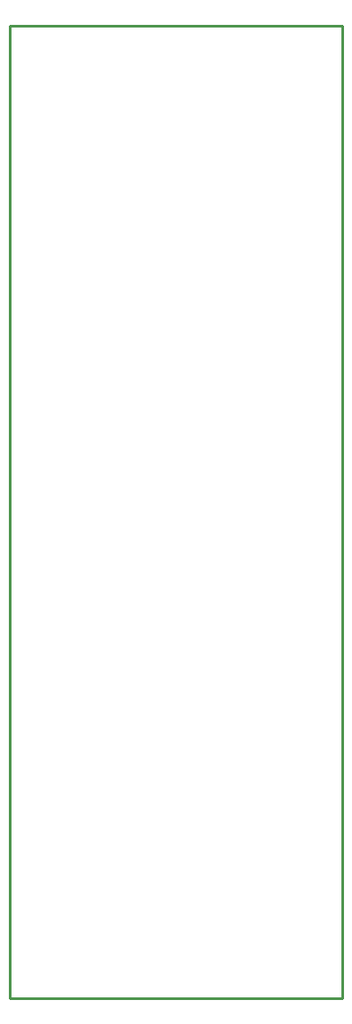
<source format=gbr>
G04 EAGLE Gerber RS-274X export*
G75*
%MOMM*%
%FSLAX34Y34*%
%LPD*%
%IN*%
%IPPOS*%
%AMOC8*
5,1,8,0,0,1.08239X$1,22.5*%
G01*
%ADD10C,0.254000*%


D10*
X0Y0D02*
X317500Y0D01*
X317500Y927100D01*
X0Y927000D01*
X0Y0D01*
M02*

</source>
